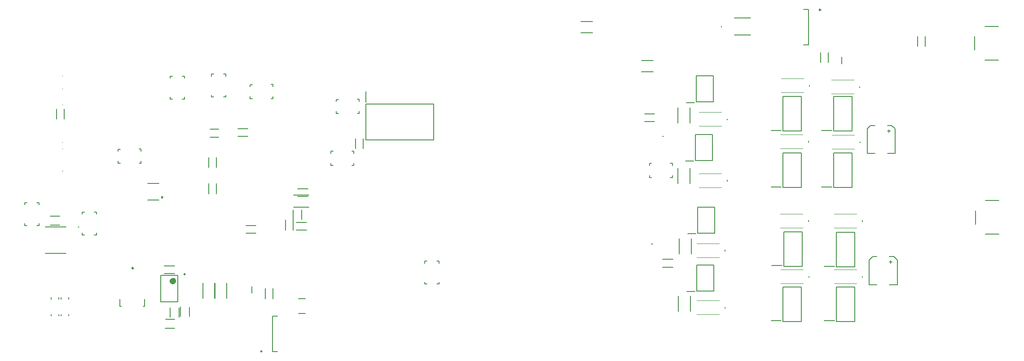
<source format=gbo>
G04*
G04 #@! TF.GenerationSoftware,Altium Limited,Altium Designer,21.2.2 (38)*
G04*
G04 Layer_Color=32896*
%FSLAX25Y25*%
%MOIN*%
G70*
G04*
G04 #@! TF.SameCoordinates,5E26766D-3DBA-4CA4-B54A-4570E1BC07D3*
G04*
G04*
G04 #@! TF.FilePolarity,Positive*
G04*
G01*
G75*
%ADD10C,0.00787*%
%ADD11C,0.02362*%
%ADD12C,0.00984*%
%ADD13C,0.00394*%
%ADD199C,0.00500*%
D10*
X631098Y105106D02*
Y105894D01*
Y105106D01*
X569098Y41394D02*
Y40606D01*
Y41394D01*
X631598Y205606D02*
Y206394D01*
Y205606D01*
X669098Y204606D02*
Y205394D01*
Y204606D01*
X631012Y164894D02*
Y164106D01*
Y164894D01*
X669335Y164394D02*
Y163606D01*
Y164394D01*
X671098Y64394D02*
Y63606D01*
Y64394D01*
X631335D02*
Y63606D01*
Y64394D01*
X671098Y105894D02*
Y105106D01*
Y105894D01*
X569098Y83106D02*
Y83894D01*
Y83106D01*
X515339Y88323D02*
X514551D01*
X515339D01*
X89472Y100925D02*
X88684D01*
X89472D01*
X566252Y250394D02*
Y249606D01*
Y250394D01*
X523406Y168177D02*
X522618D01*
X523406D01*
X570598Y135106D02*
Y135894D01*
Y135106D01*
Y180606D02*
Y181394D01*
Y180606D01*
X462217Y253732D02*
X470878D01*
X462217Y245268D02*
X470878D01*
X762524Y120500D02*
X772476D01*
X755000Y103024D02*
Y112976D01*
X762524Y95500D02*
X772476D01*
X762024Y250000D02*
X771976D01*
X754500Y232524D02*
Y242476D01*
X762024Y225000D02*
X771976D01*
X276479Y146728D02*
X278054D01*
X276479D02*
Y148302D01*
X293523Y146725D02*
Y148300D01*
X291948Y146725D02*
X293523D01*
X276472Y155698D02*
Y157273D01*
X278047D01*
X291947Y157275D02*
X293522D01*
Y155700D02*
Y157275D01*
X642752Y31197D02*
X650232D01*
X651610Y30705D02*
Y56295D01*
X665390D01*
Y30705D02*
Y56295D01*
X651610Y30705D02*
X665390D01*
X627421Y262689D02*
X630965D01*
Y236311D02*
Y262689D01*
X627421Y236311D02*
X630965D01*
X507169Y216268D02*
X515831D01*
X507169Y224732D02*
X515831D01*
X164654Y34555D02*
Y41445D01*
X171358Y34534D02*
Y41424D01*
X153555Y25653D02*
X160445D01*
X153576Y32358D02*
X160466D01*
X163847Y34055D02*
Y40945D01*
X157142Y34076D02*
Y40966D01*
X152760Y66146D02*
X160240D01*
X152760Y71854D02*
X160240D01*
X162799Y45158D02*
Y64842D01*
X150201Y45158D02*
Y64842D01*
X162799D01*
X150201Y45158D02*
X162799D01*
X119886Y41894D02*
Y47307D01*
X137209Y41894D02*
X138114D01*
X119886D02*
X120791D01*
X138114D02*
Y47307D01*
X190441Y47779D02*
Y59221D01*
X181559Y47779D02*
Y59221D01*
X198941Y47779D02*
Y59221D01*
X190059Y47779D02*
Y59221D01*
X140366Y133201D02*
X148634D01*
X140366Y120799D02*
X148634D01*
X135522Y157200D02*
Y158775D01*
X133947D02*
X135522D01*
X118472Y158773D02*
X120047D01*
X118472Y157198D02*
Y158773D01*
X133948Y148225D02*
X135523D01*
Y149800D01*
X118479Y148228D02*
Y149802D01*
Y148228D02*
X120054D01*
X68646Y34909D02*
Y36091D01*
X74354Y34909D02*
Y36091D01*
Y47409D02*
Y48591D01*
X68646Y47409D02*
Y48591D01*
X81854Y47409D02*
Y48591D01*
X76146Y47409D02*
Y48591D01*
Y34909D02*
Y36091D01*
X81854Y34909D02*
Y36091D01*
X612110Y30705D02*
X625890D01*
Y56295D01*
X612110D02*
X625890D01*
X612110Y30705D02*
Y56295D01*
X603252Y31197D02*
X610732D01*
X651610Y71205D02*
X665390D01*
Y96795D01*
X651610D02*
X665390D01*
X651610Y71205D02*
Y96795D01*
X642752Y71697D02*
X650232D01*
X612610Y71705D02*
X626390D01*
Y97295D01*
X612610D02*
X626390D01*
X612610Y71705D02*
Y97295D01*
X603752Y72197D02*
X611232D01*
X692207Y73916D02*
Y75884D01*
X691223Y74900D02*
X693191D01*
X676067Y58067D02*
X681776D01*
X691224D02*
X696933D01*
Y76374D01*
X694374Y78933D02*
X696933Y76374D01*
X691224Y78933D02*
X694374D01*
X676067Y58067D02*
Y76374D01*
X678626Y78933D01*
X681776D01*
X548701Y96354D02*
X561299D01*
Y115646D01*
X548701D02*
X561299D01*
X548701Y96354D02*
Y115646D01*
X541319Y95842D02*
X547323D01*
X522760Y76807D02*
X530240D01*
X522760Y71098D02*
X530240D01*
X543941Y80779D02*
Y92221D01*
X535059Y80779D02*
Y92221D01*
X548201Y53354D02*
X560799D01*
Y72646D01*
X548201D02*
X560799D01*
X548201Y53354D02*
Y72646D01*
X540819Y52842D02*
X546823D01*
X543441Y38279D02*
Y49721D01*
X534559Y38279D02*
Y49721D01*
X207260Y168146D02*
X214740D01*
X207260Y173854D02*
X214740D01*
X213260Y96146D02*
X220740D01*
X213260Y101854D02*
X220740D01*
X302303Y165614D02*
Y192386D01*
Y165614D02*
X352697D01*
Y192386D01*
X302303D02*
X352697D01*
X302244Y193764D02*
Y201441D01*
X242646Y98760D02*
Y106240D01*
X248354Y98760D02*
Y106240D01*
X251760Y123646D02*
X259240D01*
X251760Y129354D02*
X259240D01*
X167772Y195979D02*
Y197554D01*
X166198Y195979D02*
X167772D01*
X166200Y213023D02*
X167775D01*
Y211448D02*
Y213023D01*
X157228Y195972D02*
X158802D01*
X157228D02*
Y197547D01*
X157225Y211447D02*
Y213022D01*
X158800D01*
X346228Y73946D02*
Y75521D01*
X347802D01*
X346225Y58477D02*
X347800D01*
X346225D02*
Y60052D01*
X355198Y75528D02*
X356772D01*
Y73953D02*
Y75528D01*
X356775Y58478D02*
Y60053D01*
X355200Y58478D02*
X356775D01*
X512979Y137727D02*
X514554D01*
X512979D02*
Y139302D01*
X530023Y137725D02*
Y139300D01*
X528448Y137725D02*
X530023D01*
X512972Y146698D02*
Y148273D01*
X514547D01*
X528447Y148275D02*
X530022D01*
Y146700D02*
Y148275D01*
X280479Y185228D02*
X282054D01*
X280479D02*
Y186802D01*
X297523Y185225D02*
Y186800D01*
X295948Y185225D02*
X297523D01*
X280472Y194198D02*
Y195773D01*
X282047D01*
X295947Y195775D02*
X297522D01*
Y194200D02*
Y195775D01*
X712146Y235260D02*
Y242740D01*
X717854Y235260D02*
Y242740D01*
X186850Y173453D02*
X193150D01*
X186850Y167547D02*
X193150D01*
X49227Y117446D02*
Y119021D01*
X50802D01*
X49225Y101977D02*
X50800D01*
X49225D02*
Y103552D01*
X58198Y119028D02*
X59772D01*
Y117453D02*
Y119028D01*
X59775Y101978D02*
Y103553D01*
X58200Y101978D02*
X59775D01*
X68055Y108846D02*
X74945D01*
X68034Y102142D02*
X74924D01*
X509260Y184854D02*
X516740D01*
X509260Y179146D02*
X516740D01*
X300354Y159260D02*
Y166740D01*
X294646Y159260D02*
Y166740D01*
X102272Y94979D02*
Y96554D01*
X100698Y94979D02*
X102272D01*
X100700Y112023D02*
X102275D01*
Y110448D02*
Y112023D01*
X91728Y94972D02*
X93302D01*
X91728D02*
Y96547D01*
X91725Y110447D02*
Y112022D01*
X93300D01*
X216479Y196228D02*
X218054D01*
X216479D02*
Y197802D01*
X233523Y196225D02*
Y197800D01*
X231948Y196225D02*
X233523D01*
X216472Y205198D02*
Y206772D01*
X218047D01*
X231947Y206775D02*
X233522D01*
Y205200D02*
Y206775D01*
X198273Y197479D02*
Y199054D01*
X196698Y197479D02*
X198273D01*
X196700Y214523D02*
X198275D01*
Y212948D02*
Y214523D01*
X187727Y197472D02*
X189302D01*
X187727D02*
Y199047D01*
X187725Y212947D02*
Y214522D01*
X189300D01*
X248779Y124441D02*
X260221D01*
X248779Y115559D02*
X260221D01*
X250760Y98646D02*
X258240D01*
X250760Y104354D02*
X258240D01*
X248350Y106555D02*
Y113445D01*
X254650Y106555D02*
Y113445D01*
X185646Y145260D02*
Y152740D01*
X191354Y145260D02*
Y152740D01*
X185646Y125760D02*
Y133240D01*
X191354Y125760D02*
Y133240D01*
X640146Y223260D02*
Y230740D01*
X645854Y223260D02*
Y230740D01*
X655831Y222398D02*
Y227122D01*
X576094Y243622D02*
X587906D01*
X576094Y256378D02*
X587906D01*
X233354Y47760D02*
Y55240D01*
X227646Y47760D02*
Y55240D01*
X252539Y36488D02*
X257461D01*
X252539Y47512D02*
X257461D01*
X217669Y51878D02*
Y56602D01*
X233035Y34689D02*
X236579D01*
X233035Y8311D02*
Y34689D01*
Y8311D02*
X236579D01*
X649610Y130205D02*
X663390D01*
Y155795D01*
X649610D02*
X663390D01*
X649610Y130205D02*
Y155795D01*
X640752Y130697D02*
X648232D01*
X612110Y130205D02*
X625890D01*
Y155795D01*
X612110D02*
X625890D01*
X612110Y130205D02*
Y155795D01*
X603252Y130697D02*
X610732D01*
X547201Y150354D02*
X559799D01*
Y169646D01*
X547201D02*
X559799D01*
X547201Y150354D02*
Y169646D01*
X539819Y149843D02*
X545823D01*
X542941Y133279D02*
Y144721D01*
X534059Y133279D02*
Y144721D01*
X649610Y172205D02*
X663390D01*
Y197795D01*
X649610D02*
X663390D01*
X649610Y172205D02*
Y197795D01*
X640752Y172697D02*
X648232D01*
X612110Y172205D02*
X625890D01*
Y197795D01*
X612110D02*
X625890D01*
X612110Y172205D02*
Y197795D01*
X603252Y172697D02*
X610732D01*
X542941Y178279D02*
Y189721D01*
X534059Y178279D02*
Y189721D01*
X547701Y193854D02*
X560299D01*
Y213146D01*
X547701D02*
X560299D01*
X547701Y193854D02*
Y213146D01*
X540319Y193342D02*
X546323D01*
X690707Y171416D02*
Y173384D01*
X689723Y172400D02*
X691691D01*
X674567Y155567D02*
X680276D01*
X689724D02*
X695433D01*
Y173874D01*
X692874Y176433D02*
X695433Y173874D01*
X689724Y176433D02*
X692874D01*
X674567Y155567D02*
Y173874D01*
X677126Y176433D01*
X680276D01*
X78354Y181260D02*
Y188740D01*
X72646Y181260D02*
Y188740D01*
D11*
X160043Y60905D02*
X159599Y61829D01*
X158599Y62057D01*
X157798Y61418D01*
Y60393D01*
X158599Y59754D01*
X159599Y59982D01*
X160043Y60905D01*
D12*
X639921Y262413D02*
X639183Y262840D01*
Y261987D01*
X639921Y262413D01*
X168114Y65945D02*
X167376Y66371D01*
Y65519D01*
X168114Y65945D01*
X129591Y70437D02*
X128852Y70863D01*
Y70011D01*
X129591Y70437D01*
X151390Y123161D02*
X150652Y123588D01*
Y122735D01*
X151390Y123161D01*
X225063Y8587D02*
X224325Y9013D01*
Y8160D01*
X225063Y8587D01*
D13*
X77000Y142390D02*
Y142783D01*
Y142390D01*
Y159331D02*
Y158937D01*
Y159331D01*
Y163669D02*
Y164063D01*
Y163669D01*
Y191449D02*
Y191842D01*
Y191449D01*
Y203449D02*
Y203842D01*
Y203449D01*
Y213169D02*
Y213563D01*
Y213169D01*
X610134Y110618D02*
X626866D01*
X610134Y100382D02*
X626866D01*
X548134Y35882D02*
X564866D01*
X548134Y46118D02*
X564866D01*
X610634Y211118D02*
X627366D01*
X610634Y200882D02*
X627366D01*
X648134Y210118D02*
X664866D01*
X648134Y199882D02*
X664866D01*
X610047Y159382D02*
X626780D01*
X610047Y169618D02*
X626780D01*
X648370Y158882D02*
X665102D01*
X648370Y169118D02*
X665102D01*
X650134Y58882D02*
X666866D01*
X650134Y69118D02*
X666866D01*
X610370Y58882D02*
X627102D01*
X610370Y69118D02*
X627102D01*
X650134Y100382D02*
X666866D01*
X650134Y110618D02*
X666866D01*
X548134Y88618D02*
X564866D01*
X548134Y78382D02*
X564866D01*
X549634Y140618D02*
X566366D01*
X549634Y130382D02*
X566366D01*
X549634Y186118D02*
X566366D01*
X549634Y175882D02*
X566366D01*
D199*
X64255Y81122D02*
X79610D01*
X64255Y101004D02*
X79610D01*
M02*

</source>
